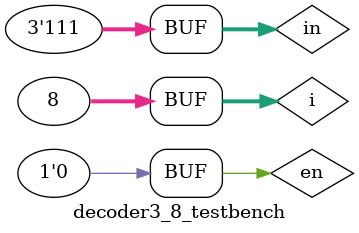
<source format=sv>

`timescale 1ns/10ps

module decoder3_8(in, out, en);
    output logic[7:0] out;
    input logic [2:0] in;
    input logic en;
    logic nt, no, nz;
    parameter delay = 50;

    not #delay n1 (nz, in[0]); // nz is !zero (00)
    not #delay n2 (no, in[1]); // no is !one (01)
    not #delay n3 (nt, in[2]); // nt is !two (02)

    and #delay a1 (out[0], nt, no, nz, en);
    and #delay a2 (out[1], nt, no, in[0], en);
    and #delay a3 (out[2], nt, in[1], nz, en);
    and #delay a4 (out[3], nt, in[1], in[0], en);
    and #delay a5 (out[4], in[2], no, nz, en);
    and #delay a6 (out[5], in[2],no, in[0], en);
    and #delay a7 (out[6], in[2], in[1], nz, en);
    and #delay a8 (out[7], in[2], in[1], in[0], en);
endmodule

// Testbench for the module.
module decoder3_8_testbench();
    logic [7:0] out;
    logic [2:0] in;
    logic en;
    integer i;
     
    decoder3_8 dut(.in, .out, .en);
    
    initial begin
        en = 1;
        for (i = 0; i < 8; i++) begin
            in[2:0] = i; #500;
        end

        en = 0;
        for (i = 0; i < 8; i++) begin
            in[2:0] = i; #500;
        end
    end
endmodule
</source>
